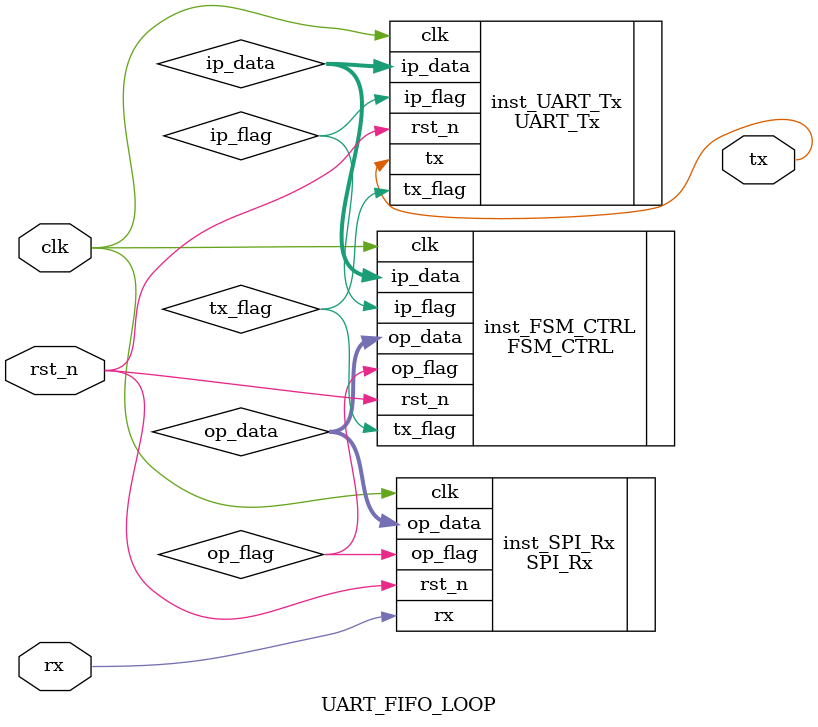
<source format=v>
module UART_FIFO_LOOP (
	input clk,
	input rst_n, 
	input rx,
	output tx
);

	wire [7:0] op_data;
	wire op_flag;

	wire tx_flag;

	wire ip_flag;
	wire [7:0] ip_data;

	SPI_Rx 
	#(
		.baud_cnt_max(24'd5207),
		.cnt_max(8'd148)
	)
	inst_SPI_Rx
	(
		.clk(clk),
		.rst_n(rst_n),
		.rx(rx),
		.op_data(op_data),
		.op_flag(op_flag)
	);

	FSM_CTRL  
	#(
        .usedw_latch(8'd4)
    )
    inst_FSM_CTRL
	(
		.clk(clk),
		.rst_n(rst_n), 
		.op_flag(op_flag),
		.op_data(op_data),
		.tx_flag(tx_flag),
		.ip_flag(ip_flag),
		.ip_data(ip_data)
	);
	
	UART_Tx 
	#(
		.baud_cnt_max(16'd520)
	)
	inst_UART_Tx
	(
		.clk(clk),
		.rst_n(rst_n),
		.ip_data(ip_data),
		.ip_flag(ip_flag),
		.tx_flag(tx_flag),
		.tx(tx)
	);

endmodule
</source>
